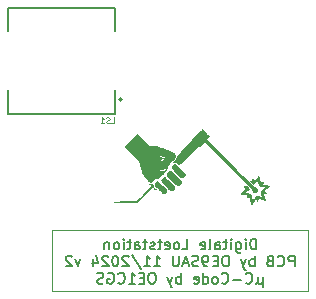
<source format=gbr>
%TF.GenerationSoftware,KiCad,Pcbnew,8.0.5*%
%TF.CreationDate,2024-11-08T12:04:52+01:00*%
%TF.ProjectId,SMD-Loetstation_v2,534d442d-4c6f-4657-9473-746174696f6e,rev?*%
%TF.SameCoordinates,Original*%
%TF.FileFunction,Legend,Bot*%
%TF.FilePolarity,Positive*%
%FSLAX46Y46*%
G04 Gerber Fmt 4.6, Leading zero omitted, Abs format (unit mm)*
G04 Created by KiCad (PCBNEW 8.0.5) date 2024-11-08 12:04:52*
%MOMM*%
%LPD*%
G01*
G04 APERTURE LIST*
%ADD10C,0.200000*%
%ADD11C,0.100000*%
%ADD12C,0.125000*%
%ADD13C,0.000000*%
%ADD14C,0.127000*%
G04 APERTURE END LIST*
D10*
X148541572Y-105823657D02*
X148541572Y-104923657D01*
X148541572Y-104923657D02*
X148327286Y-104923657D01*
X148327286Y-104923657D02*
X148198715Y-104966514D01*
X148198715Y-104966514D02*
X148113000Y-105052228D01*
X148113000Y-105052228D02*
X148070143Y-105137942D01*
X148070143Y-105137942D02*
X148027286Y-105309371D01*
X148027286Y-105309371D02*
X148027286Y-105437942D01*
X148027286Y-105437942D02*
X148070143Y-105609371D01*
X148070143Y-105609371D02*
X148113000Y-105695085D01*
X148113000Y-105695085D02*
X148198715Y-105780800D01*
X148198715Y-105780800D02*
X148327286Y-105823657D01*
X148327286Y-105823657D02*
X148541572Y-105823657D01*
X147641572Y-105823657D02*
X147641572Y-105223657D01*
X147641572Y-104923657D02*
X147684429Y-104966514D01*
X147684429Y-104966514D02*
X147641572Y-105009371D01*
X147641572Y-105009371D02*
X147598715Y-104966514D01*
X147598715Y-104966514D02*
X147641572Y-104923657D01*
X147641572Y-104923657D02*
X147641572Y-105009371D01*
X146827287Y-105223657D02*
X146827287Y-105952228D01*
X146827287Y-105952228D02*
X146870144Y-106037942D01*
X146870144Y-106037942D02*
X146913001Y-106080800D01*
X146913001Y-106080800D02*
X146998715Y-106123657D01*
X146998715Y-106123657D02*
X147127287Y-106123657D01*
X147127287Y-106123657D02*
X147213001Y-106080800D01*
X146827287Y-105780800D02*
X146913001Y-105823657D01*
X146913001Y-105823657D02*
X147084429Y-105823657D01*
X147084429Y-105823657D02*
X147170144Y-105780800D01*
X147170144Y-105780800D02*
X147213001Y-105737942D01*
X147213001Y-105737942D02*
X147255858Y-105652228D01*
X147255858Y-105652228D02*
X147255858Y-105395085D01*
X147255858Y-105395085D02*
X147213001Y-105309371D01*
X147213001Y-105309371D02*
X147170144Y-105266514D01*
X147170144Y-105266514D02*
X147084429Y-105223657D01*
X147084429Y-105223657D02*
X146913001Y-105223657D01*
X146913001Y-105223657D02*
X146827287Y-105266514D01*
X146398715Y-105823657D02*
X146398715Y-105223657D01*
X146398715Y-104923657D02*
X146441572Y-104966514D01*
X146441572Y-104966514D02*
X146398715Y-105009371D01*
X146398715Y-105009371D02*
X146355858Y-104966514D01*
X146355858Y-104966514D02*
X146398715Y-104923657D01*
X146398715Y-104923657D02*
X146398715Y-105009371D01*
X146098715Y-105223657D02*
X145755858Y-105223657D01*
X145970144Y-104923657D02*
X145970144Y-105695085D01*
X145970144Y-105695085D02*
X145927287Y-105780800D01*
X145927287Y-105780800D02*
X145841572Y-105823657D01*
X145841572Y-105823657D02*
X145755858Y-105823657D01*
X145070144Y-105823657D02*
X145070144Y-105352228D01*
X145070144Y-105352228D02*
X145113001Y-105266514D01*
X145113001Y-105266514D02*
X145198715Y-105223657D01*
X145198715Y-105223657D02*
X145370144Y-105223657D01*
X145370144Y-105223657D02*
X145455858Y-105266514D01*
X145070144Y-105780800D02*
X145155858Y-105823657D01*
X145155858Y-105823657D02*
X145370144Y-105823657D01*
X145370144Y-105823657D02*
X145455858Y-105780800D01*
X145455858Y-105780800D02*
X145498715Y-105695085D01*
X145498715Y-105695085D02*
X145498715Y-105609371D01*
X145498715Y-105609371D02*
X145455858Y-105523657D01*
X145455858Y-105523657D02*
X145370144Y-105480800D01*
X145370144Y-105480800D02*
X145155858Y-105480800D01*
X145155858Y-105480800D02*
X145070144Y-105437942D01*
X144513000Y-105823657D02*
X144598715Y-105780800D01*
X144598715Y-105780800D02*
X144641572Y-105695085D01*
X144641572Y-105695085D02*
X144641572Y-104923657D01*
X143827286Y-105780800D02*
X143913000Y-105823657D01*
X143913000Y-105823657D02*
X144084429Y-105823657D01*
X144084429Y-105823657D02*
X144170143Y-105780800D01*
X144170143Y-105780800D02*
X144213000Y-105695085D01*
X144213000Y-105695085D02*
X144213000Y-105352228D01*
X144213000Y-105352228D02*
X144170143Y-105266514D01*
X144170143Y-105266514D02*
X144084429Y-105223657D01*
X144084429Y-105223657D02*
X143913000Y-105223657D01*
X143913000Y-105223657D02*
X143827286Y-105266514D01*
X143827286Y-105266514D02*
X143784429Y-105352228D01*
X143784429Y-105352228D02*
X143784429Y-105437942D01*
X143784429Y-105437942D02*
X144213000Y-105523657D01*
X142284428Y-105823657D02*
X142713000Y-105823657D01*
X142713000Y-105823657D02*
X142713000Y-104923657D01*
X141855857Y-105823657D02*
X141941572Y-105780800D01*
X141941572Y-105780800D02*
X141984429Y-105737942D01*
X141984429Y-105737942D02*
X142027286Y-105652228D01*
X142027286Y-105652228D02*
X142027286Y-105395085D01*
X142027286Y-105395085D02*
X141984429Y-105309371D01*
X141984429Y-105309371D02*
X141941572Y-105266514D01*
X141941572Y-105266514D02*
X141855857Y-105223657D01*
X141855857Y-105223657D02*
X141727286Y-105223657D01*
X141727286Y-105223657D02*
X141641572Y-105266514D01*
X141641572Y-105266514D02*
X141598715Y-105309371D01*
X141598715Y-105309371D02*
X141555857Y-105395085D01*
X141555857Y-105395085D02*
X141555857Y-105652228D01*
X141555857Y-105652228D02*
X141598715Y-105737942D01*
X141598715Y-105737942D02*
X141641572Y-105780800D01*
X141641572Y-105780800D02*
X141727286Y-105823657D01*
X141727286Y-105823657D02*
X141855857Y-105823657D01*
X140827286Y-105780800D02*
X140913000Y-105823657D01*
X140913000Y-105823657D02*
X141084429Y-105823657D01*
X141084429Y-105823657D02*
X141170143Y-105780800D01*
X141170143Y-105780800D02*
X141213000Y-105695085D01*
X141213000Y-105695085D02*
X141213000Y-105352228D01*
X141213000Y-105352228D02*
X141170143Y-105266514D01*
X141170143Y-105266514D02*
X141084429Y-105223657D01*
X141084429Y-105223657D02*
X140913000Y-105223657D01*
X140913000Y-105223657D02*
X140827286Y-105266514D01*
X140827286Y-105266514D02*
X140784429Y-105352228D01*
X140784429Y-105352228D02*
X140784429Y-105437942D01*
X140784429Y-105437942D02*
X141213000Y-105523657D01*
X140527285Y-105223657D02*
X140184428Y-105223657D01*
X140398714Y-104923657D02*
X140398714Y-105695085D01*
X140398714Y-105695085D02*
X140355857Y-105780800D01*
X140355857Y-105780800D02*
X140270142Y-105823657D01*
X140270142Y-105823657D02*
X140184428Y-105823657D01*
X139927285Y-105780800D02*
X139841571Y-105823657D01*
X139841571Y-105823657D02*
X139670142Y-105823657D01*
X139670142Y-105823657D02*
X139584428Y-105780800D01*
X139584428Y-105780800D02*
X139541571Y-105695085D01*
X139541571Y-105695085D02*
X139541571Y-105652228D01*
X139541571Y-105652228D02*
X139584428Y-105566514D01*
X139584428Y-105566514D02*
X139670142Y-105523657D01*
X139670142Y-105523657D02*
X139798714Y-105523657D01*
X139798714Y-105523657D02*
X139884428Y-105480800D01*
X139884428Y-105480800D02*
X139927285Y-105395085D01*
X139927285Y-105395085D02*
X139927285Y-105352228D01*
X139927285Y-105352228D02*
X139884428Y-105266514D01*
X139884428Y-105266514D02*
X139798714Y-105223657D01*
X139798714Y-105223657D02*
X139670142Y-105223657D01*
X139670142Y-105223657D02*
X139584428Y-105266514D01*
X139284428Y-105223657D02*
X138941571Y-105223657D01*
X139155857Y-104923657D02*
X139155857Y-105695085D01*
X139155857Y-105695085D02*
X139113000Y-105780800D01*
X139113000Y-105780800D02*
X139027285Y-105823657D01*
X139027285Y-105823657D02*
X138941571Y-105823657D01*
X138255857Y-105823657D02*
X138255857Y-105352228D01*
X138255857Y-105352228D02*
X138298714Y-105266514D01*
X138298714Y-105266514D02*
X138384428Y-105223657D01*
X138384428Y-105223657D02*
X138555857Y-105223657D01*
X138555857Y-105223657D02*
X138641571Y-105266514D01*
X138255857Y-105780800D02*
X138341571Y-105823657D01*
X138341571Y-105823657D02*
X138555857Y-105823657D01*
X138555857Y-105823657D02*
X138641571Y-105780800D01*
X138641571Y-105780800D02*
X138684428Y-105695085D01*
X138684428Y-105695085D02*
X138684428Y-105609371D01*
X138684428Y-105609371D02*
X138641571Y-105523657D01*
X138641571Y-105523657D02*
X138555857Y-105480800D01*
X138555857Y-105480800D02*
X138341571Y-105480800D01*
X138341571Y-105480800D02*
X138255857Y-105437942D01*
X137955856Y-105223657D02*
X137612999Y-105223657D01*
X137827285Y-104923657D02*
X137827285Y-105695085D01*
X137827285Y-105695085D02*
X137784428Y-105780800D01*
X137784428Y-105780800D02*
X137698713Y-105823657D01*
X137698713Y-105823657D02*
X137612999Y-105823657D01*
X137312999Y-105823657D02*
X137312999Y-105223657D01*
X137312999Y-104923657D02*
X137355856Y-104966514D01*
X137355856Y-104966514D02*
X137312999Y-105009371D01*
X137312999Y-105009371D02*
X137270142Y-104966514D01*
X137270142Y-104966514D02*
X137312999Y-104923657D01*
X137312999Y-104923657D02*
X137312999Y-105009371D01*
X136755856Y-105823657D02*
X136841571Y-105780800D01*
X136841571Y-105780800D02*
X136884428Y-105737942D01*
X136884428Y-105737942D02*
X136927285Y-105652228D01*
X136927285Y-105652228D02*
X136927285Y-105395085D01*
X136927285Y-105395085D02*
X136884428Y-105309371D01*
X136884428Y-105309371D02*
X136841571Y-105266514D01*
X136841571Y-105266514D02*
X136755856Y-105223657D01*
X136755856Y-105223657D02*
X136627285Y-105223657D01*
X136627285Y-105223657D02*
X136541571Y-105266514D01*
X136541571Y-105266514D02*
X136498714Y-105309371D01*
X136498714Y-105309371D02*
X136455856Y-105395085D01*
X136455856Y-105395085D02*
X136455856Y-105652228D01*
X136455856Y-105652228D02*
X136498714Y-105737942D01*
X136498714Y-105737942D02*
X136541571Y-105780800D01*
X136541571Y-105780800D02*
X136627285Y-105823657D01*
X136627285Y-105823657D02*
X136755856Y-105823657D01*
X136070142Y-105223657D02*
X136070142Y-105823657D01*
X136070142Y-105309371D02*
X136027285Y-105266514D01*
X136027285Y-105266514D02*
X135941570Y-105223657D01*
X135941570Y-105223657D02*
X135812999Y-105223657D01*
X135812999Y-105223657D02*
X135727285Y-105266514D01*
X135727285Y-105266514D02*
X135684428Y-105352228D01*
X135684428Y-105352228D02*
X135684428Y-105823657D01*
X151777285Y-107272607D02*
X151777285Y-106372607D01*
X151777285Y-106372607D02*
X151434428Y-106372607D01*
X151434428Y-106372607D02*
X151348713Y-106415464D01*
X151348713Y-106415464D02*
X151305856Y-106458321D01*
X151305856Y-106458321D02*
X151262999Y-106544035D01*
X151262999Y-106544035D02*
X151262999Y-106672607D01*
X151262999Y-106672607D02*
X151305856Y-106758321D01*
X151305856Y-106758321D02*
X151348713Y-106801178D01*
X151348713Y-106801178D02*
X151434428Y-106844035D01*
X151434428Y-106844035D02*
X151777285Y-106844035D01*
X150362999Y-107186892D02*
X150405856Y-107229750D01*
X150405856Y-107229750D02*
X150534428Y-107272607D01*
X150534428Y-107272607D02*
X150620142Y-107272607D01*
X150620142Y-107272607D02*
X150748713Y-107229750D01*
X150748713Y-107229750D02*
X150834428Y-107144035D01*
X150834428Y-107144035D02*
X150877285Y-107058321D01*
X150877285Y-107058321D02*
X150920142Y-106886892D01*
X150920142Y-106886892D02*
X150920142Y-106758321D01*
X150920142Y-106758321D02*
X150877285Y-106586892D01*
X150877285Y-106586892D02*
X150834428Y-106501178D01*
X150834428Y-106501178D02*
X150748713Y-106415464D01*
X150748713Y-106415464D02*
X150620142Y-106372607D01*
X150620142Y-106372607D02*
X150534428Y-106372607D01*
X150534428Y-106372607D02*
X150405856Y-106415464D01*
X150405856Y-106415464D02*
X150362999Y-106458321D01*
X149677285Y-106801178D02*
X149548713Y-106844035D01*
X149548713Y-106844035D02*
X149505856Y-106886892D01*
X149505856Y-106886892D02*
X149462999Y-106972607D01*
X149462999Y-106972607D02*
X149462999Y-107101178D01*
X149462999Y-107101178D02*
X149505856Y-107186892D01*
X149505856Y-107186892D02*
X149548713Y-107229750D01*
X149548713Y-107229750D02*
X149634428Y-107272607D01*
X149634428Y-107272607D02*
X149977285Y-107272607D01*
X149977285Y-107272607D02*
X149977285Y-106372607D01*
X149977285Y-106372607D02*
X149677285Y-106372607D01*
X149677285Y-106372607D02*
X149591571Y-106415464D01*
X149591571Y-106415464D02*
X149548713Y-106458321D01*
X149548713Y-106458321D02*
X149505856Y-106544035D01*
X149505856Y-106544035D02*
X149505856Y-106629750D01*
X149505856Y-106629750D02*
X149548713Y-106715464D01*
X149548713Y-106715464D02*
X149591571Y-106758321D01*
X149591571Y-106758321D02*
X149677285Y-106801178D01*
X149677285Y-106801178D02*
X149977285Y-106801178D01*
X148391571Y-107272607D02*
X148391571Y-106372607D01*
X148391571Y-106715464D02*
X148305857Y-106672607D01*
X148305857Y-106672607D02*
X148134428Y-106672607D01*
X148134428Y-106672607D02*
X148048714Y-106715464D01*
X148048714Y-106715464D02*
X148005857Y-106758321D01*
X148005857Y-106758321D02*
X147962999Y-106844035D01*
X147962999Y-106844035D02*
X147962999Y-107101178D01*
X147962999Y-107101178D02*
X148005857Y-107186892D01*
X148005857Y-107186892D02*
X148048714Y-107229750D01*
X148048714Y-107229750D02*
X148134428Y-107272607D01*
X148134428Y-107272607D02*
X148305857Y-107272607D01*
X148305857Y-107272607D02*
X148391571Y-107229750D01*
X147662999Y-106672607D02*
X147448713Y-107272607D01*
X147234428Y-106672607D02*
X147448713Y-107272607D01*
X147448713Y-107272607D02*
X147534428Y-107486892D01*
X147534428Y-107486892D02*
X147577285Y-107529750D01*
X147577285Y-107529750D02*
X147662999Y-107572607D01*
X146034428Y-106372607D02*
X145863000Y-106372607D01*
X145863000Y-106372607D02*
X145777285Y-106415464D01*
X145777285Y-106415464D02*
X145691571Y-106501178D01*
X145691571Y-106501178D02*
X145648714Y-106672607D01*
X145648714Y-106672607D02*
X145648714Y-106972607D01*
X145648714Y-106972607D02*
X145691571Y-107144035D01*
X145691571Y-107144035D02*
X145777285Y-107229750D01*
X145777285Y-107229750D02*
X145863000Y-107272607D01*
X145863000Y-107272607D02*
X146034428Y-107272607D01*
X146034428Y-107272607D02*
X146120143Y-107229750D01*
X146120143Y-107229750D02*
X146205857Y-107144035D01*
X146205857Y-107144035D02*
X146248714Y-106972607D01*
X146248714Y-106972607D02*
X146248714Y-106672607D01*
X146248714Y-106672607D02*
X146205857Y-106501178D01*
X146205857Y-106501178D02*
X146120143Y-106415464D01*
X146120143Y-106415464D02*
X146034428Y-106372607D01*
X145263000Y-106801178D02*
X144963000Y-106801178D01*
X144834428Y-107272607D02*
X145263000Y-107272607D01*
X145263000Y-107272607D02*
X145263000Y-106372607D01*
X145263000Y-106372607D02*
X144834428Y-106372607D01*
X144405857Y-107272607D02*
X144234428Y-107272607D01*
X144234428Y-107272607D02*
X144148714Y-107229750D01*
X144148714Y-107229750D02*
X144105857Y-107186892D01*
X144105857Y-107186892D02*
X144020142Y-107058321D01*
X144020142Y-107058321D02*
X143977285Y-106886892D01*
X143977285Y-106886892D02*
X143977285Y-106544035D01*
X143977285Y-106544035D02*
X144020142Y-106458321D01*
X144020142Y-106458321D02*
X144063000Y-106415464D01*
X144063000Y-106415464D02*
X144148714Y-106372607D01*
X144148714Y-106372607D02*
X144320142Y-106372607D01*
X144320142Y-106372607D02*
X144405857Y-106415464D01*
X144405857Y-106415464D02*
X144448714Y-106458321D01*
X144448714Y-106458321D02*
X144491571Y-106544035D01*
X144491571Y-106544035D02*
X144491571Y-106758321D01*
X144491571Y-106758321D02*
X144448714Y-106844035D01*
X144448714Y-106844035D02*
X144405857Y-106886892D01*
X144405857Y-106886892D02*
X144320142Y-106929750D01*
X144320142Y-106929750D02*
X144148714Y-106929750D01*
X144148714Y-106929750D02*
X144063000Y-106886892D01*
X144063000Y-106886892D02*
X144020142Y-106844035D01*
X144020142Y-106844035D02*
X143977285Y-106758321D01*
X143634428Y-107229750D02*
X143505857Y-107272607D01*
X143505857Y-107272607D02*
X143291571Y-107272607D01*
X143291571Y-107272607D02*
X143205857Y-107229750D01*
X143205857Y-107229750D02*
X143162999Y-107186892D01*
X143162999Y-107186892D02*
X143120142Y-107101178D01*
X143120142Y-107101178D02*
X143120142Y-107015464D01*
X143120142Y-107015464D02*
X143162999Y-106929750D01*
X143162999Y-106929750D02*
X143205857Y-106886892D01*
X143205857Y-106886892D02*
X143291571Y-106844035D01*
X143291571Y-106844035D02*
X143462999Y-106801178D01*
X143462999Y-106801178D02*
X143548714Y-106758321D01*
X143548714Y-106758321D02*
X143591571Y-106715464D01*
X143591571Y-106715464D02*
X143634428Y-106629750D01*
X143634428Y-106629750D02*
X143634428Y-106544035D01*
X143634428Y-106544035D02*
X143591571Y-106458321D01*
X143591571Y-106458321D02*
X143548714Y-106415464D01*
X143548714Y-106415464D02*
X143462999Y-106372607D01*
X143462999Y-106372607D02*
X143248714Y-106372607D01*
X143248714Y-106372607D02*
X143120142Y-106415464D01*
X142777285Y-107015464D02*
X142348714Y-107015464D01*
X142862999Y-107272607D02*
X142562999Y-106372607D01*
X142562999Y-106372607D02*
X142262999Y-107272607D01*
X141962999Y-106372607D02*
X141962999Y-107101178D01*
X141962999Y-107101178D02*
X141920142Y-107186892D01*
X141920142Y-107186892D02*
X141877285Y-107229750D01*
X141877285Y-107229750D02*
X141791570Y-107272607D01*
X141791570Y-107272607D02*
X141620142Y-107272607D01*
X141620142Y-107272607D02*
X141534427Y-107229750D01*
X141534427Y-107229750D02*
X141491570Y-107186892D01*
X141491570Y-107186892D02*
X141448713Y-107101178D01*
X141448713Y-107101178D02*
X141448713Y-106372607D01*
X139862999Y-107272607D02*
X140377285Y-107272607D01*
X140120142Y-107272607D02*
X140120142Y-106372607D01*
X140120142Y-106372607D02*
X140205856Y-106501178D01*
X140205856Y-106501178D02*
X140291571Y-106586892D01*
X140291571Y-106586892D02*
X140377285Y-106629750D01*
X139005856Y-107272607D02*
X139520142Y-107272607D01*
X139262999Y-107272607D02*
X139262999Y-106372607D01*
X139262999Y-106372607D02*
X139348713Y-106501178D01*
X139348713Y-106501178D02*
X139434428Y-106586892D01*
X139434428Y-106586892D02*
X139520142Y-106629750D01*
X137977285Y-106329750D02*
X138748713Y-107486892D01*
X137720142Y-106458321D02*
X137677285Y-106415464D01*
X137677285Y-106415464D02*
X137591571Y-106372607D01*
X137591571Y-106372607D02*
X137377285Y-106372607D01*
X137377285Y-106372607D02*
X137291571Y-106415464D01*
X137291571Y-106415464D02*
X137248713Y-106458321D01*
X137248713Y-106458321D02*
X137205856Y-106544035D01*
X137205856Y-106544035D02*
X137205856Y-106629750D01*
X137205856Y-106629750D02*
X137248713Y-106758321D01*
X137248713Y-106758321D02*
X137762999Y-107272607D01*
X137762999Y-107272607D02*
X137205856Y-107272607D01*
X136648713Y-106372607D02*
X136562999Y-106372607D01*
X136562999Y-106372607D02*
X136477285Y-106415464D01*
X136477285Y-106415464D02*
X136434428Y-106458321D01*
X136434428Y-106458321D02*
X136391570Y-106544035D01*
X136391570Y-106544035D02*
X136348713Y-106715464D01*
X136348713Y-106715464D02*
X136348713Y-106929750D01*
X136348713Y-106929750D02*
X136391570Y-107101178D01*
X136391570Y-107101178D02*
X136434428Y-107186892D01*
X136434428Y-107186892D02*
X136477285Y-107229750D01*
X136477285Y-107229750D02*
X136562999Y-107272607D01*
X136562999Y-107272607D02*
X136648713Y-107272607D01*
X136648713Y-107272607D02*
X136734428Y-107229750D01*
X136734428Y-107229750D02*
X136777285Y-107186892D01*
X136777285Y-107186892D02*
X136820142Y-107101178D01*
X136820142Y-107101178D02*
X136862999Y-106929750D01*
X136862999Y-106929750D02*
X136862999Y-106715464D01*
X136862999Y-106715464D02*
X136820142Y-106544035D01*
X136820142Y-106544035D02*
X136777285Y-106458321D01*
X136777285Y-106458321D02*
X136734428Y-106415464D01*
X136734428Y-106415464D02*
X136648713Y-106372607D01*
X136005856Y-106458321D02*
X135962999Y-106415464D01*
X135962999Y-106415464D02*
X135877285Y-106372607D01*
X135877285Y-106372607D02*
X135662999Y-106372607D01*
X135662999Y-106372607D02*
X135577285Y-106415464D01*
X135577285Y-106415464D02*
X135534427Y-106458321D01*
X135534427Y-106458321D02*
X135491570Y-106544035D01*
X135491570Y-106544035D02*
X135491570Y-106629750D01*
X135491570Y-106629750D02*
X135534427Y-106758321D01*
X135534427Y-106758321D02*
X136048713Y-107272607D01*
X136048713Y-107272607D02*
X135491570Y-107272607D01*
X134720142Y-106672607D02*
X134720142Y-107272607D01*
X134934427Y-106329750D02*
X135148713Y-106972607D01*
X135148713Y-106972607D02*
X134591570Y-106972607D01*
X133648713Y-106672607D02*
X133434427Y-107272607D01*
X133434427Y-107272607D02*
X133220142Y-106672607D01*
X132920142Y-106458321D02*
X132877285Y-106415464D01*
X132877285Y-106415464D02*
X132791571Y-106372607D01*
X132791571Y-106372607D02*
X132577285Y-106372607D01*
X132577285Y-106372607D02*
X132491571Y-106415464D01*
X132491571Y-106415464D02*
X132448713Y-106458321D01*
X132448713Y-106458321D02*
X132405856Y-106544035D01*
X132405856Y-106544035D02*
X132405856Y-106629750D01*
X132405856Y-106629750D02*
X132448713Y-106758321D01*
X132448713Y-106758321D02*
X132962999Y-107272607D01*
X132962999Y-107272607D02*
X132405856Y-107272607D01*
X149098714Y-108121557D02*
X149098714Y-109021557D01*
X148670142Y-108592985D02*
X148627285Y-108678700D01*
X148627285Y-108678700D02*
X148541571Y-108721557D01*
X149098714Y-108592985D02*
X149055857Y-108678700D01*
X149055857Y-108678700D02*
X148970142Y-108721557D01*
X148970142Y-108721557D02*
X148798714Y-108721557D01*
X148798714Y-108721557D02*
X148713000Y-108678700D01*
X148713000Y-108678700D02*
X148670142Y-108592985D01*
X148670142Y-108592985D02*
X148670142Y-108121557D01*
X147641571Y-108635842D02*
X147684428Y-108678700D01*
X147684428Y-108678700D02*
X147813000Y-108721557D01*
X147813000Y-108721557D02*
X147898714Y-108721557D01*
X147898714Y-108721557D02*
X148027285Y-108678700D01*
X148027285Y-108678700D02*
X148113000Y-108592985D01*
X148113000Y-108592985D02*
X148155857Y-108507271D01*
X148155857Y-108507271D02*
X148198714Y-108335842D01*
X148198714Y-108335842D02*
X148198714Y-108207271D01*
X148198714Y-108207271D02*
X148155857Y-108035842D01*
X148155857Y-108035842D02*
X148113000Y-107950128D01*
X148113000Y-107950128D02*
X148027285Y-107864414D01*
X148027285Y-107864414D02*
X147898714Y-107821557D01*
X147898714Y-107821557D02*
X147813000Y-107821557D01*
X147813000Y-107821557D02*
X147684428Y-107864414D01*
X147684428Y-107864414D02*
X147641571Y-107907271D01*
X147255857Y-108378700D02*
X146570143Y-108378700D01*
X145627285Y-108635842D02*
X145670142Y-108678700D01*
X145670142Y-108678700D02*
X145798714Y-108721557D01*
X145798714Y-108721557D02*
X145884428Y-108721557D01*
X145884428Y-108721557D02*
X146012999Y-108678700D01*
X146012999Y-108678700D02*
X146098714Y-108592985D01*
X146098714Y-108592985D02*
X146141571Y-108507271D01*
X146141571Y-108507271D02*
X146184428Y-108335842D01*
X146184428Y-108335842D02*
X146184428Y-108207271D01*
X146184428Y-108207271D02*
X146141571Y-108035842D01*
X146141571Y-108035842D02*
X146098714Y-107950128D01*
X146098714Y-107950128D02*
X146012999Y-107864414D01*
X146012999Y-107864414D02*
X145884428Y-107821557D01*
X145884428Y-107821557D02*
X145798714Y-107821557D01*
X145798714Y-107821557D02*
X145670142Y-107864414D01*
X145670142Y-107864414D02*
X145627285Y-107907271D01*
X145112999Y-108721557D02*
X145198714Y-108678700D01*
X145198714Y-108678700D02*
X145241571Y-108635842D01*
X145241571Y-108635842D02*
X145284428Y-108550128D01*
X145284428Y-108550128D02*
X145284428Y-108292985D01*
X145284428Y-108292985D02*
X145241571Y-108207271D01*
X145241571Y-108207271D02*
X145198714Y-108164414D01*
X145198714Y-108164414D02*
X145112999Y-108121557D01*
X145112999Y-108121557D02*
X144984428Y-108121557D01*
X144984428Y-108121557D02*
X144898714Y-108164414D01*
X144898714Y-108164414D02*
X144855857Y-108207271D01*
X144855857Y-108207271D02*
X144812999Y-108292985D01*
X144812999Y-108292985D02*
X144812999Y-108550128D01*
X144812999Y-108550128D02*
X144855857Y-108635842D01*
X144855857Y-108635842D02*
X144898714Y-108678700D01*
X144898714Y-108678700D02*
X144984428Y-108721557D01*
X144984428Y-108721557D02*
X145112999Y-108721557D01*
X144041571Y-108721557D02*
X144041571Y-107821557D01*
X144041571Y-108678700D02*
X144127285Y-108721557D01*
X144127285Y-108721557D02*
X144298713Y-108721557D01*
X144298713Y-108721557D02*
X144384428Y-108678700D01*
X144384428Y-108678700D02*
X144427285Y-108635842D01*
X144427285Y-108635842D02*
X144470142Y-108550128D01*
X144470142Y-108550128D02*
X144470142Y-108292985D01*
X144470142Y-108292985D02*
X144427285Y-108207271D01*
X144427285Y-108207271D02*
X144384428Y-108164414D01*
X144384428Y-108164414D02*
X144298713Y-108121557D01*
X144298713Y-108121557D02*
X144127285Y-108121557D01*
X144127285Y-108121557D02*
X144041571Y-108164414D01*
X143270142Y-108678700D02*
X143355856Y-108721557D01*
X143355856Y-108721557D02*
X143527285Y-108721557D01*
X143527285Y-108721557D02*
X143612999Y-108678700D01*
X143612999Y-108678700D02*
X143655856Y-108592985D01*
X143655856Y-108592985D02*
X143655856Y-108250128D01*
X143655856Y-108250128D02*
X143612999Y-108164414D01*
X143612999Y-108164414D02*
X143527285Y-108121557D01*
X143527285Y-108121557D02*
X143355856Y-108121557D01*
X143355856Y-108121557D02*
X143270142Y-108164414D01*
X143270142Y-108164414D02*
X143227285Y-108250128D01*
X143227285Y-108250128D02*
X143227285Y-108335842D01*
X143227285Y-108335842D02*
X143655856Y-108421557D01*
X142155856Y-108721557D02*
X142155856Y-107821557D01*
X142155856Y-108164414D02*
X142070142Y-108121557D01*
X142070142Y-108121557D02*
X141898713Y-108121557D01*
X141898713Y-108121557D02*
X141812999Y-108164414D01*
X141812999Y-108164414D02*
X141770142Y-108207271D01*
X141770142Y-108207271D02*
X141727284Y-108292985D01*
X141727284Y-108292985D02*
X141727284Y-108550128D01*
X141727284Y-108550128D02*
X141770142Y-108635842D01*
X141770142Y-108635842D02*
X141812999Y-108678700D01*
X141812999Y-108678700D02*
X141898713Y-108721557D01*
X141898713Y-108721557D02*
X142070142Y-108721557D01*
X142070142Y-108721557D02*
X142155856Y-108678700D01*
X141427284Y-108121557D02*
X141212998Y-108721557D01*
X140998713Y-108121557D02*
X141212998Y-108721557D01*
X141212998Y-108721557D02*
X141298713Y-108935842D01*
X141298713Y-108935842D02*
X141341570Y-108978700D01*
X141341570Y-108978700D02*
X141427284Y-109021557D01*
X139798713Y-107821557D02*
X139627285Y-107821557D01*
X139627285Y-107821557D02*
X139541570Y-107864414D01*
X139541570Y-107864414D02*
X139455856Y-107950128D01*
X139455856Y-107950128D02*
X139412999Y-108121557D01*
X139412999Y-108121557D02*
X139412999Y-108421557D01*
X139412999Y-108421557D02*
X139455856Y-108592985D01*
X139455856Y-108592985D02*
X139541570Y-108678700D01*
X139541570Y-108678700D02*
X139627285Y-108721557D01*
X139627285Y-108721557D02*
X139798713Y-108721557D01*
X139798713Y-108721557D02*
X139884428Y-108678700D01*
X139884428Y-108678700D02*
X139970142Y-108592985D01*
X139970142Y-108592985D02*
X140012999Y-108421557D01*
X140012999Y-108421557D02*
X140012999Y-108121557D01*
X140012999Y-108121557D02*
X139970142Y-107950128D01*
X139970142Y-107950128D02*
X139884428Y-107864414D01*
X139884428Y-107864414D02*
X139798713Y-107821557D01*
X139027285Y-108250128D02*
X138727285Y-108250128D01*
X138598713Y-108721557D02*
X139027285Y-108721557D01*
X139027285Y-108721557D02*
X139027285Y-107821557D01*
X139027285Y-107821557D02*
X138598713Y-107821557D01*
X137741570Y-108721557D02*
X138255856Y-108721557D01*
X137998713Y-108721557D02*
X137998713Y-107821557D01*
X137998713Y-107821557D02*
X138084427Y-107950128D01*
X138084427Y-107950128D02*
X138170142Y-108035842D01*
X138170142Y-108035842D02*
X138255856Y-108078700D01*
X136841570Y-108635842D02*
X136884427Y-108678700D01*
X136884427Y-108678700D02*
X137012999Y-108721557D01*
X137012999Y-108721557D02*
X137098713Y-108721557D01*
X137098713Y-108721557D02*
X137227284Y-108678700D01*
X137227284Y-108678700D02*
X137312999Y-108592985D01*
X137312999Y-108592985D02*
X137355856Y-108507271D01*
X137355856Y-108507271D02*
X137398713Y-108335842D01*
X137398713Y-108335842D02*
X137398713Y-108207271D01*
X137398713Y-108207271D02*
X137355856Y-108035842D01*
X137355856Y-108035842D02*
X137312999Y-107950128D01*
X137312999Y-107950128D02*
X137227284Y-107864414D01*
X137227284Y-107864414D02*
X137098713Y-107821557D01*
X137098713Y-107821557D02*
X137012999Y-107821557D01*
X137012999Y-107821557D02*
X136884427Y-107864414D01*
X136884427Y-107864414D02*
X136841570Y-107907271D01*
X135984427Y-107864414D02*
X136070142Y-107821557D01*
X136070142Y-107821557D02*
X136198713Y-107821557D01*
X136198713Y-107821557D02*
X136327284Y-107864414D01*
X136327284Y-107864414D02*
X136412999Y-107950128D01*
X136412999Y-107950128D02*
X136455856Y-108035842D01*
X136455856Y-108035842D02*
X136498713Y-108207271D01*
X136498713Y-108207271D02*
X136498713Y-108335842D01*
X136498713Y-108335842D02*
X136455856Y-108507271D01*
X136455856Y-108507271D02*
X136412999Y-108592985D01*
X136412999Y-108592985D02*
X136327284Y-108678700D01*
X136327284Y-108678700D02*
X136198713Y-108721557D01*
X136198713Y-108721557D02*
X136112999Y-108721557D01*
X136112999Y-108721557D02*
X135984427Y-108678700D01*
X135984427Y-108678700D02*
X135941570Y-108635842D01*
X135941570Y-108635842D02*
X135941570Y-108335842D01*
X135941570Y-108335842D02*
X136112999Y-108335842D01*
X135598713Y-108678700D02*
X135470142Y-108721557D01*
X135470142Y-108721557D02*
X135255856Y-108721557D01*
X135255856Y-108721557D02*
X135170142Y-108678700D01*
X135170142Y-108678700D02*
X135127284Y-108635842D01*
X135127284Y-108635842D02*
X135084427Y-108550128D01*
X135084427Y-108550128D02*
X135084427Y-108464414D01*
X135084427Y-108464414D02*
X135127284Y-108378700D01*
X135127284Y-108378700D02*
X135170142Y-108335842D01*
X135170142Y-108335842D02*
X135255856Y-108292985D01*
X135255856Y-108292985D02*
X135427284Y-108250128D01*
X135427284Y-108250128D02*
X135512999Y-108207271D01*
X135512999Y-108207271D02*
X135555856Y-108164414D01*
X135555856Y-108164414D02*
X135598713Y-108078700D01*
X135598713Y-108078700D02*
X135598713Y-107992985D01*
X135598713Y-107992985D02*
X135555856Y-107907271D01*
X135555856Y-107907271D02*
X135512999Y-107864414D01*
X135512999Y-107864414D02*
X135427284Y-107821557D01*
X135427284Y-107821557D02*
X135212999Y-107821557D01*
X135212999Y-107821557D02*
X135084427Y-107864414D01*
D11*
X131267200Y-104216200D02*
X152958800Y-104216200D01*
X152958800Y-109372400D01*
X131267200Y-109372400D01*
X131267200Y-104216200D01*
D12*
X136263228Y-95151209D02*
X136501323Y-95151209D01*
X136501323Y-95151209D02*
X136501323Y-94651209D01*
X136120370Y-95127400D02*
X136048942Y-95151209D01*
X136048942Y-95151209D02*
X135929894Y-95151209D01*
X135929894Y-95151209D02*
X135882275Y-95127400D01*
X135882275Y-95127400D02*
X135858466Y-95103590D01*
X135858466Y-95103590D02*
X135834656Y-95055971D01*
X135834656Y-95055971D02*
X135834656Y-95008352D01*
X135834656Y-95008352D02*
X135858466Y-94960733D01*
X135858466Y-94960733D02*
X135882275Y-94936923D01*
X135882275Y-94936923D02*
X135929894Y-94913114D01*
X135929894Y-94913114D02*
X136025132Y-94889304D01*
X136025132Y-94889304D02*
X136072751Y-94865495D01*
X136072751Y-94865495D02*
X136096561Y-94841685D01*
X136096561Y-94841685D02*
X136120370Y-94794066D01*
X136120370Y-94794066D02*
X136120370Y-94746447D01*
X136120370Y-94746447D02*
X136096561Y-94698828D01*
X136096561Y-94698828D02*
X136072751Y-94675019D01*
X136072751Y-94675019D02*
X136025132Y-94651209D01*
X136025132Y-94651209D02*
X135906085Y-94651209D01*
X135906085Y-94651209D02*
X135834656Y-94675019D01*
X135358466Y-95151209D02*
X135644180Y-95151209D01*
X135501323Y-95151209D02*
X135501323Y-94651209D01*
X135501323Y-94651209D02*
X135548942Y-94722638D01*
X135548942Y-94722638D02*
X135596561Y-94770257D01*
X135596561Y-94770257D02*
X135644180Y-94794066D01*
D13*
%TO.C,G10*%
G36*
X140247937Y-100070191D02*
G01*
X140316064Y-100111719D01*
X140402082Y-100182027D01*
X140511679Y-100283531D01*
X140650543Y-100418645D01*
X140663680Y-100431561D01*
X140784650Y-100551228D01*
X140874403Y-100642337D01*
X140937532Y-100710527D01*
X140978635Y-100761439D01*
X141002304Y-100800714D01*
X141013136Y-100833992D01*
X141015726Y-100866913D01*
X141013495Y-100901577D01*
X140988863Y-100972083D01*
X140929565Y-101047629D01*
X140885429Y-101090437D01*
X140824002Y-101128505D01*
X140756296Y-101138985D01*
X140755400Y-101138984D01*
X140723026Y-101135912D01*
X140689197Y-101123916D01*
X140648329Y-101098479D01*
X140594840Y-101055081D01*
X140523149Y-100989205D01*
X140427674Y-100896332D01*
X140302831Y-100771944D01*
X140265280Y-100734270D01*
X140137990Y-100604681D01*
X140043686Y-100502804D01*
X139979849Y-100422952D01*
X139943957Y-100359433D01*
X139933488Y-100306560D01*
X139945923Y-100258642D01*
X139978739Y-100209990D01*
X140029416Y-100154915D01*
X140040571Y-100143579D01*
X140094018Y-100094138D01*
X140142602Y-100063816D01*
X140192013Y-100055029D01*
X140247937Y-100070191D01*
G37*
G36*
X140890232Y-99732807D02*
G01*
X140896435Y-99737525D01*
X140935747Y-99772945D01*
X141002570Y-99836515D01*
X141091144Y-99922651D01*
X141195708Y-100025767D01*
X141310500Y-100140278D01*
X141380318Y-100210417D01*
X141489893Y-100321570D01*
X141570457Y-100405921D01*
X141626444Y-100469029D01*
X141662285Y-100516448D01*
X141682412Y-100553738D01*
X141691259Y-100586454D01*
X141693257Y-100620153D01*
X141693145Y-100631374D01*
X141683904Y-100693536D01*
X141653030Y-100748567D01*
X141590950Y-100814669D01*
X141590106Y-100815478D01*
X141491410Y-100889220D01*
X141400779Y-100914045D01*
X141318905Y-100889761D01*
X141304705Y-100878993D01*
X141254568Y-100834371D01*
X141180506Y-100764243D01*
X141089181Y-100675327D01*
X140987257Y-100574337D01*
X140881398Y-100467989D01*
X140778266Y-100362999D01*
X140684526Y-100266083D01*
X140606841Y-100183956D01*
X140551873Y-100123334D01*
X140526288Y-100090933D01*
X140514454Y-100064807D01*
X140507512Y-99985726D01*
X140545074Y-99902225D01*
X140628943Y-99809355D01*
X140643503Y-99796239D01*
X140736703Y-99730402D01*
X140817321Y-99709734D01*
X140890232Y-99732807D01*
G37*
G36*
X141687558Y-98604866D02*
G01*
X141718789Y-98611395D01*
X141753607Y-98628035D01*
X141797254Y-98659091D01*
X141854972Y-98708869D01*
X141932006Y-98781673D01*
X142033597Y-98881809D01*
X142164988Y-99013581D01*
X142247459Y-99096817D01*
X142369217Y-99221868D01*
X142459637Y-99320197D01*
X142521607Y-99397215D01*
X142558019Y-99458335D01*
X142571761Y-99508970D01*
X142565723Y-99554532D01*
X142542794Y-99600433D01*
X142505864Y-99652086D01*
X142493610Y-99667166D01*
X142428032Y-99729855D01*
X142361546Y-99772486D01*
X142359793Y-99773243D01*
X142320544Y-99788628D01*
X142284346Y-99796296D01*
X142246987Y-99793089D01*
X142204257Y-99775851D01*
X142151945Y-99741425D01*
X142085840Y-99686652D01*
X142001731Y-99608377D01*
X141895408Y-99503442D01*
X141762659Y-99368690D01*
X141599273Y-99200964D01*
X141531816Y-99130777D01*
X141445505Y-99034550D01*
X141392479Y-98959869D01*
X141370610Y-98898723D01*
X141377775Y-98843101D01*
X141411847Y-98784993D01*
X141470701Y-98716389D01*
X141494777Y-98690798D01*
X141554604Y-98636435D01*
X141606403Y-98610576D01*
X141666209Y-98604005D01*
X141687558Y-98604866D01*
G37*
G36*
X141291164Y-99158697D02*
G01*
X141329683Y-99170285D01*
X141373861Y-99196253D01*
X141431134Y-99241901D01*
X141508941Y-99312531D01*
X141614717Y-99413442D01*
X141625099Y-99423461D01*
X141741383Y-99537095D01*
X141862375Y-99657489D01*
X141974355Y-99770886D01*
X142063601Y-99863529D01*
X142128114Y-99932979D01*
X142188908Y-100003968D01*
X142224567Y-100057102D01*
X142241363Y-100102228D01*
X142245568Y-100149194D01*
X142245198Y-100166039D01*
X142233961Y-100224689D01*
X142200483Y-100281127D01*
X142135925Y-100351675D01*
X142107634Y-100379334D01*
X142045546Y-100430842D01*
X141991345Y-100455189D01*
X141928078Y-100461317D01*
X141895419Y-100459687D01*
X141863943Y-100451968D01*
X141828504Y-100433930D01*
X141783881Y-100401343D01*
X141724854Y-100349978D01*
X141646200Y-100275604D01*
X141542698Y-100173992D01*
X141409127Y-100040912D01*
X141334932Y-99966559D01*
X141221323Y-99851812D01*
X141122219Y-99750621D01*
X141042906Y-99668433D01*
X140988668Y-99610697D01*
X140964789Y-99582859D01*
X140964203Y-99581899D01*
X140947819Y-99530331D01*
X140940814Y-99460337D01*
X140940822Y-99456512D01*
X140950540Y-99397154D01*
X140984140Y-99338604D01*
X141050071Y-99265821D01*
X141071912Y-99244362D01*
X141136582Y-99189458D01*
X141191704Y-99163020D01*
X141253756Y-99156179D01*
X141291164Y-99158697D01*
G37*
G36*
X139832948Y-100248731D02*
G01*
X139824117Y-100283783D01*
X139819709Y-100323618D01*
X139843553Y-100408801D01*
X139903838Y-100507210D01*
X139996357Y-100610861D01*
X140065552Y-100682472D01*
X140103777Y-100737440D01*
X140105553Y-100773837D01*
X140073160Y-100797200D01*
X140051750Y-100796998D01*
X139993836Y-100766300D01*
X139913690Y-100699490D01*
X139852112Y-100644605D01*
X139799333Y-100602903D01*
X139770731Y-100587033D01*
X139752028Y-100601124D01*
X139701436Y-100647128D01*
X139623461Y-100721185D01*
X139522257Y-100819269D01*
X139401972Y-100937354D01*
X139266758Y-101071415D01*
X139120765Y-101217426D01*
X138994199Y-101343699D01*
X138852392Y-101483136D01*
X138722770Y-101608440D01*
X138609926Y-101715268D01*
X138518455Y-101799281D01*
X138452948Y-101856139D01*
X138417998Y-101881502D01*
X138390202Y-101890111D01*
X138342418Y-101897546D01*
X138271629Y-101903233D01*
X138173305Y-101907301D01*
X138042916Y-101909879D01*
X137875930Y-101911095D01*
X137667816Y-101911077D01*
X137414046Y-101909953D01*
X136485390Y-101904499D01*
X136485390Y-101841752D01*
X136485390Y-101779005D01*
X137414046Y-101766456D01*
X137570615Y-101764154D01*
X137817486Y-101759503D01*
X138017530Y-101754168D01*
X138172920Y-101748056D01*
X138285830Y-101741072D01*
X138358432Y-101733123D01*
X138392900Y-101724115D01*
X138413217Y-101707592D01*
X138467093Y-101658088D01*
X138548301Y-101580660D01*
X138652383Y-101479638D01*
X138774885Y-101359354D01*
X138911351Y-101224138D01*
X139057326Y-101078321D01*
X139671555Y-100462318D01*
X139574128Y-100362545D01*
X139476702Y-100262771D01*
X139565601Y-100290055D01*
X139595205Y-100298212D01*
X139664474Y-100302531D01*
X139736597Y-100276384D01*
X139783753Y-100253313D01*
X139822674Y-100238843D01*
X139832948Y-100248731D01*
G37*
G36*
X144005314Y-95653193D02*
G01*
X144053385Y-95693740D01*
X144123103Y-95757561D01*
X144207176Y-95837460D01*
X144298315Y-95926246D01*
X144389230Y-96016722D01*
X144472632Y-96101697D01*
X144541230Y-96173977D01*
X144587735Y-96226367D01*
X144604856Y-96251674D01*
X144604852Y-96251852D01*
X144588405Y-96279576D01*
X144546160Y-96331964D01*
X144487132Y-96397822D01*
X144369409Y-96523678D01*
X146388309Y-98542695D01*
X146643026Y-98797128D01*
X146920803Y-99073865D01*
X147181354Y-99332650D01*
X147422870Y-99571712D01*
X147643538Y-99789282D01*
X147841549Y-99983588D01*
X148015093Y-100152859D01*
X148162359Y-100295324D01*
X148281537Y-100409213D01*
X148370816Y-100492754D01*
X148428386Y-100544178D01*
X148452437Y-100561713D01*
X148467911Y-100562227D01*
X148560239Y-100589559D01*
X148630158Y-100650028D01*
X148673521Y-100731874D01*
X148686181Y-100823339D01*
X148663992Y-100912663D01*
X148602805Y-100988087D01*
X148562111Y-101013386D01*
X148471686Y-101036092D01*
X148379772Y-101025400D01*
X148298768Y-100986075D01*
X148241073Y-100922885D01*
X148219085Y-100840594D01*
X148216681Y-100831143D01*
X148203263Y-100808082D01*
X148176540Y-100772780D01*
X148134794Y-100723462D01*
X148076303Y-100658352D01*
X147999349Y-100575673D01*
X147902210Y-100473652D01*
X147783167Y-100350511D01*
X147640500Y-100204475D01*
X147472489Y-100033769D01*
X147277413Y-99836617D01*
X147053553Y-99611243D01*
X146799188Y-99355871D01*
X146512599Y-99068726D01*
X146192065Y-98748032D01*
X144165045Y-96721127D01*
X143939970Y-96947250D01*
X143933945Y-96953295D01*
X143828419Y-97055670D01*
X143749618Y-97123767D01*
X143692362Y-97161648D01*
X143651470Y-97173373D01*
X143641201Y-97175173D01*
X143611335Y-97190387D01*
X143566464Y-97223275D01*
X143503742Y-97276463D01*
X143420326Y-97352581D01*
X143313373Y-97454254D01*
X143180036Y-97584111D01*
X143017474Y-97744780D01*
X142822840Y-97938887D01*
X142721919Y-98039653D01*
X142566344Y-98194195D01*
X142423689Y-98334938D01*
X142297697Y-98458247D01*
X142192109Y-98560484D01*
X142110667Y-98638013D01*
X142057113Y-98687197D01*
X142035189Y-98704400D01*
X142014554Y-98694369D01*
X141965861Y-98657927D01*
X141903826Y-98604005D01*
X141853679Y-98562260D01*
X141786912Y-98518802D01*
X141737877Y-98500832D01*
X141702572Y-98499709D01*
X141585665Y-98509075D01*
X141501755Y-98541991D01*
X141491458Y-98548429D01*
X141446485Y-98569628D01*
X141435625Y-98558917D01*
X141457425Y-98519130D01*
X141510432Y-98453103D01*
X141593191Y-98363669D01*
X141701496Y-98243836D01*
X141783302Y-98129976D01*
X141829476Y-98028709D01*
X141843987Y-97933226D01*
X141844162Y-97929074D01*
X141851583Y-97903152D01*
X141872298Y-97867613D01*
X141909558Y-97818840D01*
X141966611Y-97753215D01*
X142046706Y-97667120D01*
X142153093Y-97556937D01*
X142289022Y-97419048D01*
X142457740Y-97249835D01*
X142459621Y-97247956D01*
X142641352Y-97064842D01*
X142792453Y-96909472D01*
X142911716Y-96783151D01*
X142997931Y-96687187D01*
X143049891Y-96622886D01*
X143066387Y-96591556D01*
X143066470Y-96589998D01*
X143085953Y-96558261D01*
X143135032Y-96498164D01*
X143207951Y-96415637D01*
X143298955Y-96316614D01*
X143402288Y-96207025D01*
X143512195Y-96092803D01*
X143622921Y-95979879D01*
X143728709Y-95874185D01*
X143823805Y-95781653D01*
X143902453Y-95708214D01*
X143958897Y-95659801D01*
X143987382Y-95642345D01*
X144005314Y-95653193D01*
G37*
G36*
X139026739Y-96577273D02*
G01*
X139560615Y-97110626D01*
X139870912Y-97102541D01*
X139983103Y-97101352D01*
X140110791Y-97104284D01*
X140215617Y-97111423D01*
X140283956Y-97122124D01*
X140317161Y-97133073D01*
X140395152Y-97162092D01*
X140505079Y-97204792D01*
X140638856Y-97257878D01*
X140788397Y-97318056D01*
X140945616Y-97382032D01*
X141102426Y-97446512D01*
X141250741Y-97508200D01*
X141382475Y-97563802D01*
X141489542Y-97610024D01*
X141563854Y-97643572D01*
X141623147Y-97683584D01*
X141691884Y-97771770D01*
X141731036Y-97880046D01*
X141732693Y-97992080D01*
X141725549Y-98019295D01*
X141708819Y-98055422D01*
X141679512Y-98099550D01*
X141633727Y-98156180D01*
X141567564Y-98229813D01*
X141477122Y-98324948D01*
X141358503Y-98446088D01*
X141207804Y-98597730D01*
X141123856Y-98681762D01*
X140992405Y-98812543D01*
X140889210Y-98913430D01*
X140809762Y-98988263D01*
X140749551Y-99040880D01*
X140704069Y-99075121D01*
X140668806Y-99094825D01*
X140639253Y-99103832D01*
X140610901Y-99105981D01*
X140512709Y-99086578D01*
X140409641Y-99028357D01*
X140321771Y-98942612D01*
X140260608Y-98840803D01*
X140237662Y-98734388D01*
X140237772Y-98726676D01*
X140242649Y-98690864D01*
X140258421Y-98653015D01*
X140290109Y-98606539D01*
X140342732Y-98544847D01*
X140421310Y-98461347D01*
X140530862Y-98349449D01*
X140603494Y-98275310D01*
X140689728Y-98185470D01*
X140757140Y-98113052D01*
X140800161Y-98064070D01*
X140813224Y-98044536D01*
X140796398Y-98035912D01*
X140740783Y-98011387D01*
X140656244Y-97975746D01*
X140552189Y-97932790D01*
X140438027Y-97886319D01*
X140323166Y-97840133D01*
X140217016Y-97798031D01*
X140128986Y-97763814D01*
X140068483Y-97741282D01*
X140044917Y-97734234D01*
X140046263Y-97736216D01*
X140077138Y-97755949D01*
X140142407Y-97792801D01*
X140234241Y-97842431D01*
X140344814Y-97900501D01*
X140378973Y-97918237D01*
X140487339Y-97974811D01*
X140576436Y-98021796D01*
X140637818Y-98054715D01*
X140663037Y-98069094D01*
X140663254Y-98069404D01*
X140649092Y-98091749D01*
X140606166Y-98141949D01*
X140540847Y-98212859D01*
X140459510Y-98297331D01*
X140435771Y-98321563D01*
X140331223Y-98430357D01*
X140256989Y-98513370D01*
X140208029Y-98578058D01*
X140179299Y-98631878D01*
X140165759Y-98682285D01*
X140162366Y-98736734D01*
X140163137Y-98766992D01*
X140178878Y-98854328D01*
X140220923Y-98935203D01*
X140297146Y-99026552D01*
X140337643Y-99066679D01*
X140455070Y-99148930D01*
X140574085Y-99181440D01*
X140695487Y-99164152D01*
X140820074Y-99097010D01*
X140948647Y-98979955D01*
X140978404Y-98947739D01*
X141026602Y-98898191D01*
X141053347Y-98880013D01*
X141067351Y-98889287D01*
X141077324Y-98922099D01*
X141086198Y-98966549D01*
X141085969Y-98991577D01*
X141082276Y-98994126D01*
X141048973Y-99017134D01*
X140994670Y-99054661D01*
X140962736Y-99078705D01*
X140864191Y-99180360D01*
X140789724Y-99299715D01*
X140750918Y-99419437D01*
X140745405Y-99453436D01*
X140728760Y-99506314D01*
X140694313Y-99534531D01*
X140626332Y-99555233D01*
X140513097Y-99601051D01*
X140402280Y-99683568D01*
X140323962Y-99786639D01*
X140312248Y-99807910D01*
X140282913Y-99841359D01*
X140238083Y-99855823D01*
X140160475Y-99858946D01*
X140121538Y-99860479D01*
X140031664Y-99873574D01*
X139963319Y-99895693D01*
X139929018Y-99916916D01*
X139853556Y-99982513D01*
X139787826Y-100060897D01*
X139748791Y-100133284D01*
X139733209Y-100161926D01*
X139690584Y-100193255D01*
X139667667Y-100198866D01*
X139623113Y-100207418D01*
X139605532Y-100197070D01*
X139557037Y-100156210D01*
X139484843Y-100089711D01*
X139395178Y-100003341D01*
X139294272Y-99902869D01*
X139198069Y-99804218D01*
X139088853Y-99684897D01*
X139003342Y-99577102D01*
X138936200Y-99470660D01*
X138882091Y-99355400D01*
X138835681Y-99221150D01*
X138791633Y-99057738D01*
X138744612Y-98854993D01*
X138721973Y-98753623D01*
X138692379Y-98621996D01*
X138667284Y-98511412D01*
X138648809Y-98431195D01*
X138639072Y-98390665D01*
X138626726Y-98371608D01*
X138582209Y-98318662D01*
X138509456Y-98238243D01*
X138412681Y-98134838D01*
X138296097Y-98012936D01*
X138163916Y-97877024D01*
X138020352Y-97731590D01*
X137414945Y-97122713D01*
X137953904Y-96583317D01*
X138492862Y-96043921D01*
X139026739Y-96577273D01*
G37*
G36*
X148858329Y-99825873D02*
G01*
X148862732Y-99854160D01*
X148882462Y-99974124D01*
X148900449Y-100073329D01*
X148914862Y-100142137D01*
X148923871Y-100170909D01*
X148936482Y-100173302D01*
X148986155Y-100165321D01*
X149057000Y-100144686D01*
X149099376Y-100131577D01*
X149160496Y-100118355D01*
X149191248Y-100119976D01*
X149193502Y-100124753D01*
X149188023Y-100164112D01*
X149164789Y-100224045D01*
X149157378Y-100239917D01*
X149132631Y-100299037D01*
X149122643Y-100333684D01*
X149142171Y-100344337D01*
X149202241Y-100360283D01*
X149293148Y-100378560D01*
X149405004Y-100396951D01*
X149506102Y-100412383D01*
X149608115Y-100428852D01*
X149683370Y-100442031D01*
X149720403Y-100449990D01*
X149721810Y-100450803D01*
X149711766Y-100473093D01*
X149667911Y-100519711D01*
X149595723Y-100585306D01*
X149500683Y-100664527D01*
X149486119Y-100676270D01*
X149391895Y-100753093D01*
X149313483Y-100818444D01*
X149258703Y-100865726D01*
X149235376Y-100888340D01*
X149241994Y-100908340D01*
X149277997Y-100952433D01*
X149335852Y-101008133D01*
X149448877Y-101107622D01*
X149370469Y-101123304D01*
X149301597Y-101133915D01*
X149232450Y-101138985D01*
X149194307Y-101140448D01*
X149172889Y-101145260D01*
X149172924Y-101145502D01*
X149182618Y-101172405D01*
X149207050Y-101236235D01*
X149242676Y-101327813D01*
X149285951Y-101437962D01*
X149288672Y-101444869D01*
X149330537Y-101554738D01*
X149362900Y-101646282D01*
X149382605Y-101710116D01*
X149386496Y-101736858D01*
X149384813Y-101737453D01*
X149350499Y-101730541D01*
X149280310Y-101708677D01*
X149183358Y-101674863D01*
X149068754Y-101632103D01*
X149046330Y-101623520D01*
X148934945Y-101581748D01*
X148843485Y-101548855D01*
X148780890Y-101527979D01*
X148756099Y-101522262D01*
X148749063Y-101542167D01*
X148734161Y-101599164D01*
X148715591Y-101678955D01*
X148682467Y-101828266D01*
X148607644Y-101722600D01*
X148579024Y-101683622D01*
X148539691Y-101635443D01*
X148518045Y-101616399D01*
X148517953Y-101616400D01*
X148497262Y-101635315D01*
X148452570Y-101686215D01*
X148390396Y-101761413D01*
X148317255Y-101853224D01*
X148230857Y-101961642D01*
X148165890Y-102038111D01*
X148123558Y-102080125D01*
X148100533Y-102090967D01*
X148093490Y-102073916D01*
X148091223Y-102053781D01*
X148082605Y-101992731D01*
X148069263Y-101903203D01*
X148053021Y-101797097D01*
X148035705Y-101686310D01*
X148019142Y-101582738D01*
X148005157Y-101498281D01*
X147991536Y-101418347D01*
X147850204Y-101466972D01*
X147786053Y-101487750D01*
X147726357Y-101503872D01*
X147699811Y-101506536D01*
X147699999Y-101495062D01*
X147714106Y-101448369D01*
X147741101Y-101380006D01*
X147761740Y-101333127D01*
X147774371Y-101296277D01*
X147770165Y-101270851D01*
X147742603Y-101252816D01*
X147685167Y-101238137D01*
X147591338Y-101222782D01*
X147454597Y-101202716D01*
X147328677Y-101183361D01*
X147237234Y-101167155D01*
X147183859Y-101154011D01*
X147162480Y-101142411D01*
X147167027Y-101130838D01*
X147168557Y-101129629D01*
X147197699Y-101106333D01*
X147256885Y-101058914D01*
X147338490Y-100993482D01*
X147434893Y-100916147D01*
X147692301Y-100709603D01*
X147580811Y-100616834D01*
X147532975Y-100575652D01*
X147486375Y-100531699D01*
X147467721Y-100508474D01*
X147475807Y-100501644D01*
X147520536Y-100488488D01*
X147591615Y-100476236D01*
X147654361Y-100465434D01*
X147702937Y-100446099D01*
X147717109Y-100417579D01*
X147727509Y-100405230D01*
X147764506Y-100426820D01*
X147830317Y-100486675D01*
X147882642Y-100542234D01*
X147922376Y-100593973D01*
X147933987Y-100623669D01*
X147934505Y-100645132D01*
X147957950Y-100688219D01*
X147966686Y-100701479D01*
X147965975Y-100725190D01*
X147941866Y-100757669D01*
X147888597Y-100805799D01*
X147800411Y-100876460D01*
X147747811Y-100919052D01*
X147684298Y-100975746D01*
X147647590Y-101015959D01*
X147644416Y-101032943D01*
X147647412Y-101033520D01*
X147693677Y-101041838D01*
X147772168Y-101055514D01*
X147867702Y-101071900D01*
X147921889Y-101081693D01*
X148000685Y-101100485D01*
X148040705Y-101119707D01*
X148049548Y-101142300D01*
X148055404Y-101167341D01*
X148099746Y-101178639D01*
X148117546Y-101179143D01*
X148140215Y-101189703D01*
X148156426Y-101220903D01*
X148170256Y-101282485D01*
X148185784Y-101384189D01*
X148190324Y-101415777D01*
X148204675Y-101510469D01*
X148216709Y-101582629D01*
X148224198Y-101618652D01*
X148228235Y-101621349D01*
X148257904Y-101600155D01*
X148314404Y-101539345D01*
X148396600Y-101440198D01*
X148503358Y-101303993D01*
X148517487Y-101291545D01*
X148536823Y-101308402D01*
X148551458Y-101331722D01*
X148579474Y-101333889D01*
X148602277Y-101291731D01*
X148610100Y-101271531D01*
X148627221Y-101261971D01*
X148662426Y-101267079D01*
X148725148Y-101288365D01*
X148824819Y-101327337D01*
X148872071Y-101345553D01*
X148957128Y-101374830D01*
X149017500Y-101390736D01*
X149042420Y-101390161D01*
X149042757Y-101385335D01*
X149033100Y-101342748D01*
X149009565Y-101269752D01*
X148976083Y-101178863D01*
X148951982Y-101114869D01*
X148928093Y-101040182D01*
X148923581Y-101000234D01*
X148937086Y-100988392D01*
X148957569Y-100985130D01*
X148969858Y-100960215D01*
X148940886Y-100917071D01*
X148924703Y-100894628D01*
X148937092Y-100868128D01*
X148951898Y-100857933D01*
X149005298Y-100817328D01*
X149073066Y-100762665D01*
X149144469Y-100703002D01*
X149208771Y-100647395D01*
X149255241Y-100604901D01*
X149273142Y-100584578D01*
X149269004Y-100581068D01*
X149228722Y-100568983D01*
X149154712Y-100553744D01*
X149058299Y-100537818D01*
X148973185Y-100524033D01*
X148898489Y-100507298D01*
X148861937Y-100490382D01*
X148856721Y-100471030D01*
X148854112Y-100446394D01*
X148810326Y-100436219D01*
X148784092Y-100433734D01*
X148763553Y-100419410D01*
X148748515Y-100383733D01*
X148735168Y-100317206D01*
X148719703Y-100210329D01*
X148712220Y-100158856D01*
X148696688Y-100069346D01*
X148682433Y-100007513D01*
X148671803Y-99984440D01*
X148667043Y-99986797D01*
X148635806Y-100016753D01*
X148584969Y-100073907D01*
X148522854Y-100149061D01*
X148455333Y-100230242D01*
X148409587Y-100276013D01*
X148378563Y-100292049D01*
X148355208Y-100284031D01*
X148326718Y-100268576D01*
X148319481Y-100295102D01*
X148318011Y-100315020D01*
X148305363Y-100331723D01*
X148275428Y-100319289D01*
X148223015Y-100274780D01*
X148142931Y-100195261D01*
X148086982Y-100137588D01*
X148044817Y-100091157D01*
X148032355Y-100068929D01*
X148046529Y-100064406D01*
X148084268Y-100071092D01*
X148123278Y-100078021D01*
X148152741Y-100071977D01*
X148168456Y-100038693D01*
X148180833Y-99966940D01*
X148187263Y-99927550D01*
X148200994Y-99860563D01*
X148212495Y-99824281D01*
X148224106Y-99823257D01*
X148260716Y-99848762D01*
X148310315Y-99899578D01*
X148394515Y-99996989D01*
X148447044Y-99934242D01*
X148462411Y-99915777D01*
X148513021Y-99854474D01*
X148580138Y-99772792D01*
X148653464Y-99683254D01*
X148807354Y-99495013D01*
X148858329Y-99825873D01*
G37*
D14*
%TO.C,LS1*%
X127542400Y-85371800D02*
X127542400Y-87371800D01*
X127542400Y-92371800D02*
X127542400Y-94371800D01*
X127542400Y-94371800D02*
X136542400Y-94371800D01*
X136542400Y-85371800D02*
X127542400Y-85371800D01*
X136542400Y-87371800D02*
X136542400Y-85371800D01*
X136542400Y-94371800D02*
X136542400Y-92371800D01*
D10*
X137142400Y-93121800D02*
G75*
G02*
X136942400Y-93121800I-100000J0D01*
G01*
X136942400Y-93121800D02*
G75*
G02*
X137142400Y-93121800I100000J0D01*
G01*
%TD*%
M02*

</source>
